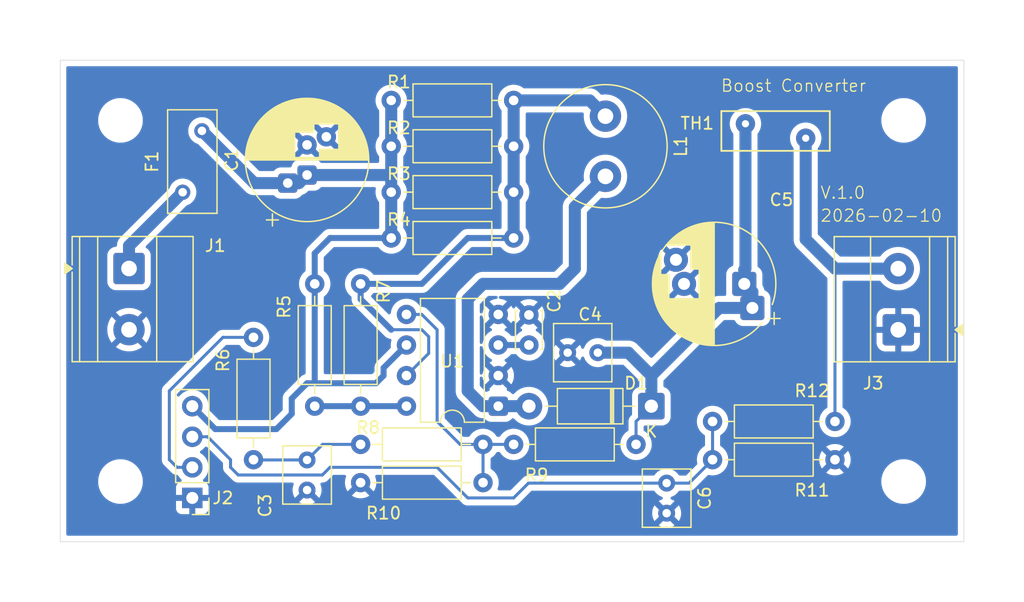
<source format=kicad_pcb>
(kicad_pcb (version 20241229) (generator "pcbnew") (generator_version "9.0")
  (layers (0 "F.Cu" signal) (2 "B.Cu" signal) (13 "F.Paste" user) (15 "B.Paste" user) (5 "F.SilkS" user "F.Silkscreen") (7 "B.SilkS" user "B.Silkscreen") (1 "F.Mask" user) (3 "B.Mask" user) (25 "Edge.Cuts" user))
  (net 0 "")
  (net 1 "Net-(U1-TC)")
  (net 2 "Net-(D1-K)")
  (net 3 "Net-(D1-A)")
  (net 4 "Net-(U1-Ipk)")
  (net 5 "Net-(U1-DC)")
  (net 6 "Net-(U1-Vfb)")
  (net 7 "Net-(J1-Pin_1)")
  (net 8 "GND")
  (net 9 "Net-(J3-Pin_2)")
  (net 10 "VCC")
  (net 11 "Net-(J2-Pin_3)")
  (net 12 "Net-(J2-Pin_2)")
  (net 13 "Net-(C3-Pad1)")
  (footprint "Resistor_THT:R_Axial_DIN0207_L6.3mm_D2.5mm_P10.16mm_Horizontal" (layer "F.Cu") (at 85.09 85.09 180)
    (property "Reference" "R10" (at 8.255 -2.54 0) (layer "F.SilkS"))
    (property "Value" "R")
    (pad "1" thru_hole circle (at 0 0 180) (size 1.6 1.6) (drill 0.8) (layers "*.Cu" "*.Mask") (net 6 "Net-(U1-Vfb)"))
    (pad "2" thru_hole circle (at 10.16 0 180) (size 1.6 1.6) (drill 0.8) (layers "*.Cu" "*.Mask") (net 8 "GND"))
  )
  (footprint "Resistor_THT:R_Axial_DIN0207_L6.3mm_D2.5mm_P10.16mm_Horizontal" (layer "F.Cu") (at 77.47 53.34)
    (property "Reference" "R1" (at 0.635 -1.524 0) (layer "F.SilkS"))
    (property "Value" "R")
    (pad "1" thru_hole circle (at 0 0) (size 1.6 1.6) (drill 0.8) (layers "*.Cu" "*.Mask") (net 10 "VCC"))
    (pad "2" thru_hole circle (at 10.16 0) (size 1.6 1.6) (drill 0.8) (layers "*.Cu" "*.Mask") (net 4 "Net-(U1-Ipk)"))
  )
  (footprint "Resistor_THT:R_Axial_DIN0207_L6.3mm_D2.5mm_P10.16mm_Horizontal" (layer "F.Cu") (at 97.79 81.915 180)
    (property "Reference" "R9" (at 8.255 -2.54 0) (layer "F.SilkS"))
    (property "Value" "R")
    (pad "1" thru_hole circle (at 0 0 180) (size 1.6 1.6) (drill 0.8) (layers "*.Cu" "*.Mask") (net 2 "Net-(D1-K)"))
    (pad "2" thru_hole circle (at 10.16 0 180) (size 1.6 1.6) (drill 0.8) (layers "*.Cu" "*.Mask") (net 6 "Net-(U1-Vfb)"))
  )
  (footprint "MountingHole:MountingHole_3.2mm_M3" (layer "F.Cu") (at 120 85)
    (property "Reference" "H4" (hide yes))
    (property "Value" "MountingHole")
    (pad "" np_thru_hole circle (at 0 0) (size 3.2 3.2) (drill 3.2) (layers "*.Cu" "*.Mask"))
  )
  (footprint "Fuse:Fuse_BelFuse_0ZRE0005FF_L8.3mm_W3.8mm" (layer "F.Cu") (at 60.16 60.97 90)
    (property "Reference" "F1" (at 2.54 -2.54 90) (layer "F.SilkS"))
    (property "Value" "Polyfuse")
    (pad "1" thru_hole circle (at 0 0 90) (size 1.27 1.27) (drill 0.71) (layers "*.Cu" "*.Mask") (net 7 "Net-(J1-Pin_1)"))
    (pad "2" thru_hole circle (at 5.1 1.6 90) (size 1.27 1.27) (drill 0.71) (layers "*.Cu" "*.Mask") (net 10 "VCC"))
  )
  (footprint "Inductor_THT:L_Radial_D10.0mm_P5.00mm_Fastron_07P" (layer "F.Cu") (at 95.25 54.65 -90)
    (property "Reference" "L1" (at 2.5 -6.25 90) (layer "F.SilkS"))
    (property "Value" "L")
    (pad "1" thru_hole circle (at 0 0 270) (size 2.6 2.6) (drill 1.3) (layers "*.Cu" "*.Mask") (net 4 "Net-(U1-Ipk)"))
    (pad "2" thru_hole circle (at 5 0 270) (size 2.6 2.6) (drill 1.3) (layers "*.Cu" "*.Mask") (net 3 "Net-(D1-A)"))
  )
  (footprint "Varistor:RV_Disc_D9mm_W3.3mm_P5mm" (layer "F.Cu") (at 111.87 56.48 180)
    (property "Reference" "TH1" (at 9 1.235 0) (layer "F.SilkS"))
    (property "Value" "Thermistor_PTC")
    (pad "1" thru_hole circle (at 0 0 180) (size 1.6 1.6) (drill 0.6) (layers "*.Cu" "*.Mask") (net 9 "Net-(J3-Pin_2)"))
    (pad "2" thru_hole circle (at 5 1.2 180) (size 1.6 1.6) (drill 0.6) (layers "*.Cu" "*.Mask") (net 2 "Net-(D1-K)"))
  )
  (footprint "Resistor_THT:R_Axial_DIN0207_L6.3mm_D2.5mm_P10.16mm_Horizontal" (layer "F.Cu") (at 74.93 68.58 -90)
    (property "Reference" "R7" (at 0.635 -1.905 90) (layer "F.SilkS"))
    (property "Value" "R")
    (pad "1" thru_hole circle (at 0 0 270) (size 1.6 1.6) (drill 0.8) (layers "*.Cu" "*.Mask") (net 4 "Net-(U1-Ipk)"))
    (pad "2" thru_hole circle (at 10.16 0 270) (size 1.6 1.6) (drill 0.8) (layers "*.Cu" "*.Mask") (net 5 "Net-(U1-DC)"))
  )
  (footprint "Resistor_THT:R_Axial_DIN0207_L6.3mm_D2.5mm_P10.16mm_Horizontal" (layer "F.Cu") (at 74.93 81.915)
    (property "Reference" "R8" (at 0.635 -1.397 0) (layer "F.SilkS"))
    (property "Value" "R")
    (pad "1" thru_hole circle (at 0 0) (size 1.6 1.6) (drill 0.8) (layers "*.Cu" "*.Mask") (net 13 "Net-(C3-Pad1)"))
    (pad "2" thru_hole circle (at 10.16 0) (size 1.6 1.6) (drill 0.8) (layers "*.Cu" "*.Mask") (net 6 "Net-(U1-Vfb)"))
  )
  (footprint "Capacitor_THT:C_Rect_L4.6mm_W4.6mm_P2.50mm_MKS02_FKP02" (layer "F.Cu") (at 94.615 74.295 180)
    (property "Reference" "C4" (at 0.635 3.175 180) (layer "F.SilkS"))
    (property "Value" "C")
    (pad "1" thru_hole circle (at 0 0 180) (size 1.4 1.4) (drill 0.7) (layers "*.Cu" "*.Mask") (net 2 "Net-(D1-K)"))
    (pad "2" thru_hole circle (at 2.5 0 180) (size 1.4 1.4) (drill 0.7) (layers "*.Cu" "*.Mask") (net 8 "GND"))
  )
  (footprint "MountingHole:MountingHole_3.2mm_M3" (layer "F.Cu") (at 55 85)
    (property "Reference" "H3" (hide yes))
    (property "Value" "MountingHole")
    (pad "" np_thru_hole circle (at 0 0) (size 3.2 3.2) (drill 3.2) (layers "*.Cu" "*.Mask"))
  )
  (footprint "MountingHole:MountingHole_3.2mm_M3" (layer "F.Cu") (at 55 55)
    (property "Reference" "H1" (hide yes))
    (property "Value" "MountingHole")
    (pad "" np_thru_hole circle (at 0 0) (size 3.2 3.2) (drill 3.2) (layers "*.Cu" "*.Mask"))
  )
  (footprint "Resistor_THT:R_Axial_DIN0207_L6.3mm_D2.5mm_P10.16mm_Horizontal" (layer "F.Cu") (at 114.3 80.01 180)
    (property "Reference" "R11" (at 1.905 -5.715 0) (layer "F.SilkS"))
    (property "Value" "R")
    (pad "1" thru_hole circle (at 0 0 180) (size 1.6 1.6) (drill 0.8) (layers "*.Cu" "*.Mask") (net 9 "Net-(J3-Pin_2)"))
    (pad "2" thru_hole circle (at 10.16 0 180) (size 1.6 1.6) (drill 0.8) (layers "*.Cu" "*.Mask") (net 11 "Net-(J2-Pin_3)"))
  )
  (footprint "Resistor_THT:R_Axial_DIN0207_L6.3mm_D2.5mm_P10.16mm_Horizontal" (layer "F.Cu") (at 71.12 68.58 -90)
    (property "Reference" "R5" (at 1.905 2.54 90) (layer "F.SilkS"))
    (property "Value" "R")
    (pad "1" thru_hole circle (at 0 0 270) (size 1.6 1.6) (drill 0.8) (layers "*.Cu" "*.Mask") (net 10 "VCC"))
    (pad "2" thru_hole circle (at 10.16 0 270) (size 1.6 1.6) (drill 0.8) (layers "*.Cu" "*.Mask") (net 5 "Net-(U1-DC)"))
  )
  (footprint "Diode_THT:D_DO-41_SOD81_P10.16mm_Horizontal" (layer "F.Cu") (at 99.06 78.74 180)
    (property "Reference" "D1" (at 1.27 1.905 0) (layer "F.SilkS"))
    (property "Value" "1N5819")
    (fp_text user "K" (at 0 -2.1 0) (layer "F.SilkS"))
    (pad "1" thru_hole roundrect (at 0 0 180) (size 2.2 2.2) (drill 1.1) (layers "*.Cu" "*.Mask") (roundrect_rratio 0.113636) (net 2 "Net-(D1-K)"))
    (pad "2" thru_hole circle (at 10.16 0 180) (size 2.2 2.2) (drill 1.1) (layers "*.Cu" "*.Mask") (net 3 "Net-(D1-A)"))
  )
  (footprint "Resistor_THT:R_Axial_DIN0207_L6.3mm_D2.5mm_P10.16mm_Horizontal" (layer "F.Cu") (at 77.47 64.77)
    (property "Reference" "R4" (at 0.635 -1.524 0) (layer "F.SilkS"))
    (property "Value" "R")
    (pad "1" thru_hole circle (at 0 0) (size 1.6 1.6) (drill 0.8) (layers "*.Cu" "*.Mask") (net 10 "VCC"))
    (pad "2" thru_hole circle (at 10.16 0) (size 1.6 1.6) (drill 0.8) (layers "*.Cu" "*.Mask") (net 4 "Net-(U1-Ipk)"))
  )
  (footprint "Package_DIP:DIP-8_W7.62mm" (layer "F.Cu") (at 86.355 78.74 180)
    (property "Reference" "U1" (at 3.81 3.74 0) (layer "F.SilkS"))
    (property "Value" "MC34063AP")
    (pad "1" thru_hole roundrect (at 0 0 180) (size 1.6 1.6) (drill 0.8) (layers "*.Cu" "*.Mask") (roundrect_rratio 0.15625) (net 3 "Net-(D1-A)"))
    (pad "2" thru_hole circle (at 0 2.54 180) (size 1.6 1.6) (drill 0.8) (layers "*.Cu" "*.Mask") (net 8 "GND"))
    (pad "3" thru_hole circle (at 0 5.08 180) (size 1.6 1.6) (drill 0.8) (layers "*.Cu" "*.Mask") (net 1 "Net-(U1-TC)"))
    (pad "4" thru_hole circle (at 0 7.62 180) (size 1.6 1.6) (drill 0.8) (layers "*.Cu" "*.Mask") (net 8 "GND"))
    (pad "5" thru_hole circle (at 7.62 7.62 180) (size 1.6 1.6) (drill 0.8) (layers "*.Cu" "*.Mask") (net 6 "Net-(U1-Vfb)"))
    (pad "6" thru_hole circle (at 7.62 5.08 180) (size 1.6 1.6) (drill 0.8) (layers "*.Cu" "*.Mask") (net 10 "VCC"))
    (pad "7" thru_hole circle (at 7.62 2.54 180) (size 1.6 1.6) (drill 0.8) (layers "*.Cu" "*.Mask") (net 4 "Net-(U1-Ipk)"))
    (pad "8" thru_hole circle (at 7.62 0 180) (size 1.6 1.6) (drill 0.8) (layers "*.Cu" "*.Mask") (net 5 "Net-(U1-DC)"))
  )
  (footprint "Resistor_THT:R_Axial_DIN0207_L6.3mm_D2.5mm_P10.16mm_Horizontal" (layer "F.Cu") (at 66.04 73.025 -90)
    (property "Reference" "R6" (at 1.905 2.54 90) (layer "F.SilkS"))
    (property "Value" "R")
    (pad "1" thru_hole circle (at 0 0 270) (size 1.6 1.6) (drill 0.8) (layers "*.Cu" "*.Mask") (net 12 "Net-(J2-Pin_2)"))
    (pad "2" thru_hole circle (at 10.16 0 270) (size 1.6 1.6) (drill 0.8) (layers "*.Cu" "*.Mask") (net 13 "Net-(C3-Pad1)"))
  )
  (footprint "TerminalBlock_Phoenix:TerminalBlock_Phoenix_MKDS-1,5-2-5.08_1x02_P5.08mm_Horizontal" (layer "F.Cu") (at 55.7075 67.305 -90)
    (property "Reference" "J1" (at -1.9 -7.1575 180) (layer "F.SilkS"))
    (property "Value" "Screw_Terminal_01x02")
    (pad "1" thru_hole roundrect (at 0 0 270) (size 2.6 2.6) (drill 1.3) (layers "*.Cu" "*.Mask") (roundrect_rratio 0.096154) (net 7 "Net-(J1-Pin_1)"))
    (pad "2" thru_hole circle (at 5.08 0 270) (size 2.6 2.6) (drill 1.3) (layers "*.Cu" "*.Mask") (net 8 "GND"))
  )
  (footprint "TerminalBlock_Phoenix:TerminalBlock_Phoenix_MKDS-1,5-2-5.08_1x02_P5.08mm_Horizontal" (layer "F.Cu") (at 119.5525 72.395 90)
    (property "Reference" "J3" (at -4.44 -2.0775 180) (layer "F.SilkS"))
    (property "Value" "Screw_Terminal_01x02")
    (pad "1" thru_hole roundrect (at 0 0 90) (size 2.6 2.6) (drill 1.3) (layers "*.Cu" "*.Mask") (roundrect_rratio 0.096154) (net 8 "GND"))
    (pad "2" thru_hole circle (at 5.08 0 90) (size 2.6 2.6) (drill 1.3) (layers "*.Cu" "*.Mask") (net 9 "Net-(J3-Pin_2)"))
  )
  (footprint "Capacitor_THT:C_Rect_L4.6mm_W3.8mm_P2.50mm_MKS02_FKP02" (layer "F.Cu") (at 100.33 85.13 -90)
    (property "Reference" "C6" (at 1.25 -3.15 90) (layer "F.SilkS"))
    (property "Value" "C")
    (pad "1" thru_hole circle (at 0 0 270) (size 1.4 1.4) (drill 0.7) (layers "*.Cu" "*.Mask") (net 11 "Net-(J2-Pin_3)"))
    (pad "2" thru_hole circle (at 2.5 0 270) (size 1.4 1.4) (drill 0.7) (layers "*.Cu" "*.Mask") (net 8 "GND"))
  )
  (footprint "Capacitor_THT:C_Disc_D3.0mm_W2.0mm_P2.50mm" (layer "F.Cu") (at 88.9 73.66 90)
    (property "Reference" "C2" (at 3.66 2.1 90) (layer "F.SilkS"))
    (property "Value" "C")
    (pad "1" thru_hole circle (at 0 0 90) (size 1.6 1.6) (drill 0.8) (layers "*.Cu" "*.Mask") (net 1 "Net-(U1-TC)"))
    (pad "2" thru_hole circle (at 2.5 0 90) (size 1.6 1.6) (drill 0.8) (layers "*.Cu" "*.Mask") (net 8 "GND"))
  )
  (footprint "Resistor_THT:R_Axial_DIN0207_L6.3mm_D2.5mm_P10.16mm_Horizontal" (layer "F.Cu") (at 104.14 83.185)
    (property "Reference" "R12" (at 8.255 -5.715 0) (layer "F.SilkS"))
    (property "Value" "R")
    (pad "1" thru_hole circle (at 0 0) (size 1.6 1.6) (drill 0.8) (layers "*.Cu" "*.Mask") (net 11 "Net-(J2-Pin_3)"))
    (pad "2" thru_hole circle (at 10.16 0) (size 1.6 1.6) (drill 0.8) (layers "*.Cu" "*.Mask") (net 8 "GND"))
  )
  (footprint "Resistor_THT:R_Axial_DIN0207_L6.3mm_D2.5mm_P10.16mm_Horizontal" (layer "F.Cu") (at 77.47 57.15)
    (property "Reference" "R2" (at 0.635 -1.524 0) (layer "F.SilkS"))
    (property "Value" "R")
    (pad "1" thru_hole circle (at 0 0) (size 1.6 1.6) (drill 0.8) (layers "*.Cu" "*.Mask") (net 10 "VCC"))
    (pad "2" thru_hole circle (at 10.16 0) (size 1.6 1.6) (drill 0.8) (layers "*.Cu" "*.Mask") (net 4 "Net-(U1-Ipk)"))
  )
  (footprint "Capacitor_THT:CP_Radial_D10.0mm_P5.00mm_P7.50mm" (layer "F.Cu") (at 106.772677 68.58 180)
    (property "Reference" "C5" (at -3.082323 6.985 0) (layer "F.SilkS"))
    (property "Value" "C_Polarized")
    (pad "1" thru_hole roundrect (at -0.672144 -2 180) (size 2 2) (drill 1) (layers "*.Cu" "*.Mask") (roundrect_rratio 0.125) (net 2 "Net-(D1-K)"))
    (pad "1" thru_hole roundrect (at 0 0 180) (size 2 2) (drill 1) (layers "*.Cu" "*.Mask") (roundrect_rratio 0.125) (net 2 "Net-(D1-K)"))
    (pad "2" thru_hole circle (at 5 0 180) (size 2 2) (drill 1) (layers "*.Cu" "*.Mask") (net 8 "GND"))
    (pad "2" thru_hole circle (at 5.672144 2 180) (size 2 2) (drill 1) (layers "*.Cu" "*.Mask") (net 8 "GND"))
  )
  (footprint "MountingHole:MountingHole_3.2mm_M3" (layer "F.Cu") (at 120 55)
    (property "Reference" "H2" (hide yes))
    (property "Value" "MountingHole")
    (pad "" np_thru_hole circle (at 0 0) (size 3.2 3.2) (drill 3.2) (layers "*.Cu" "*.Mask"))
  )
  (footprint "Capacitor_THT:CP_Radial_D10.0mm_P2.50mm_P5.00mm" (layer "F.Cu") (at 70.485 59.537677 90)
    (property "Reference" "C1" (at 1.25 -6.25 90) (layer "F.SilkS"))
    (property "Value" "C_Polarized")
    (pad "1" thru_hole roundrect (at -0.670937 -1.6 90) (size 1.6 1.6) (drill 0.8) (layers "*.Cu" "*.Mask") (roundrect_rratio 0.15625) (net 10 "VCC"))
    (pad "1" thru_hole roundrect (at 0 0 90) (size 1.6 1.6) (drill 0.8) (layers "*.Cu" "*.Mask") (roundrect_rratio 0.15625) (net 10 "VCC"))
    (pad "2" thru_hole circle (at 2.5 0 90) (size 1.6 1.6) (drill 0.8) (layers "*.Cu" "*.Mask") (net 8 "GND"))
    (pad "2" thru_hole circle (at 3.170937 1.6 90) (size 1.6 1.6) (drill 0.8) (layers "*.Cu" "*.Mask") (net 8 "GND"))
  )
  (footprint "Capacitor_THT:C_Rect_L4.6mm_W3.8mm_P2.50mm_MKS02_FKP02" (layer "F.Cu") (at 70.485 83.205 -90)
    (property "Reference" "C3" (at 3.795 3.485 90) (layer "F.SilkS"))
    (property "Value" "C")
    (pad "1" thru_hole circle (at 0 0 270) (size 1.4 1.4) (drill 0.7) (layers "*.Cu" "*.Mask") (net 13 "Net-(C3-Pad1)"))
    (pad "2" thru_hole circle (at 2.5 0 270) (size 1.4 1.4) (drill 0.7) (layers "*.Cu" "*.Mask") (net 8 "GND"))
  )
  (footprint "Connector_PinHeader_2.54mm:PinHeader_1x04_P2.54mm_Vertical" (layer "F.Cu") (at 60.96 86.36 180)
    (property "Reference" "J2" (at -2.54 0 0) (layer "F.SilkS"))
    (property "Value" "Conn_01x04_Pin")
    (pad "1" thru_hole rect (at 0 0 180) (size 1.7 1.7) (drill 1) (layers "*.Cu" "*.Mask") (net 8 "GND"))
    (pad "2" thru_hole circle (at 0 2.54 180) (size 1.7 1.7) (drill 1) (layers "*.Cu" "*.Mask") (net 12 "Net-(J2-Pin_2)"))
    (pad "3" thru_hole circle (at 0 5.08 180) (size 1.7 1.7) (drill 1) (layers "*.Cu" "*.Mask") (net 11 "Net-(J2-Pin_3)"))
    (pad "4" thru_hole circle (at 0 7.62 180) (size 1.7 1.7) (drill 1) (layers "*.Cu" "*.Mask") (net 10 "VCC"))
  )
  (footprint "Resistor_THT:R_Axial_DIN0207_L6.3mm_D2.5mm_P10.16mm_Horizontal" (layer "F.Cu") (at 77.47 60.96)
    (property "Reference" "R3" (at 0.635 -1.524 0) (layer "F.SilkS"))
    (property "Value" "R")
    (pad "1" thru_hole circle (at 0 0) (size 1.6 1.6) (drill 0.8) (layers "*.Cu" "*.Mask") (net 10 "VCC"))
    (pad "2" thru_hole circle (at 10.16 0) (size 1.6 1.6) (drill 0.8) (layers "*.Cu" "*.Mask") (net 4 "Net-(U1-Ipk)"))
  )
  (gr_rect (start 50 50) (end 125 90) (stroke (width 0.05)) (fill no) (layer "Edge.Cuts"))
  (gr_text "Boost Converter" (at 104.775 52.705 0) (layer "F.SilkS") (effects (font (size 1 1) (thickness 0.1)) (justify left bottom)))
  (gr_text "V.1.0" (at 113.03 61.595 0) (layer "F.SilkS") (effects (font (size 1 1) (thickness 0.1)) (justify left bottom)))
  (gr_text "2026-02-10" (at 113.03 63.5 0) (layer "F.SilkS") (effects (font (size 1 1) (thickness 0.1)) (justify left bottom)))
  (segment (start 88.9 73.66) (end 86.355 73.66) (width 0.5) (layer "B.Cu") (net 1))
  (segment (start 99.06 78.74) (end 99.06 76.2) (width 1) (layer "B.Cu") (net 2))
  (segment (start 107.444821 70.58) (end 107.444821 69.252144) (width 1) (layer "B.Cu") (net 2))
  (segment (start 106.772677 67.402677) (end 106.87 67.305354) (width 1) (layer "B.Cu") (net 2))
  (segment (start 106.772677 68.58) (end 106.772677 67.402677) (width 1) (layer "B.Cu") (net 2))
  (segment (start 99.06 76.2) (end 97.155 74.295) (width 1) (layer "B.Cu") (net 2))
  (segment (start 106.87 67.305354) (end 106.87 55.28) (width 1) (layer "B.Cu") (net 2))
  (segment (start 97.79 80.01) (end 99.06 78.74) (width 0.25) (layer "B.Cu") (net 2))
  (segment (start 107.444821 69.252144) (end 106.772677 68.58) (width 1) (layer "B.Cu") (net 2))
  (segment (start 99.06 76.2) (end 104.68 70.58) (width 1) (layer "B.Cu") (net 2))
  (segment (start 104.68 70.58) (end 107.444821 70.58) (width 1) (layer "B.Cu") (net 2))
  (segment (start 97.155 74.295) (end 94.615 74.295) (width 1) (layer "B.Cu") (net 2))
  (segment (start 97.79 81.915) (end 97.79 80.01) (width 0.25) (layer "B.Cu") (net 2))
  (segment (start 92.71 62.19) (end 92.71 67.31) (width 1) (layer "B.Cu") (net 3))
  (segment (start 83.82 69.85) (end 83.82 77.47) (width 1) (layer "B.Cu") (net 3))
  (segment (start 83.82 77.47) (end 85.09 78.74) (width 1) (layer "B.Cu") (net 3))
  (segment (start 92.71 67.31) (end 91.44 68.58) (width 1) (layer "B.Cu") (net 3))
  (segment (start 85.09 78.74) (end 86.355 78.74) (width 1) (layer "B.Cu") (net 3))
  (segment (start 85.09 68.58) (end 83.82 69.85) (width 1) (layer "B.Cu") (net 3))
  (segment (start 86.355 78.74) (end 88.9 78.74) (width 1) (layer "B.Cu") (net 3))
  (segment (start 91.44 68.58) (end 85.09 68.58) (width 1) (layer "B.Cu") (net 3))
  (segment (start 95.25 59.65) (end 92.71 62.19) (width 1) (layer "B.Cu") (net 3))
  (segment (start 87.63 57.15) (end 87.63 60.96) (width 1) (layer "B.Cu") (net 4))
  (segment (start 87.63 53.34) (end 88.9 53.34) (width 1) (layer "B.Cu") (net 4))
  (segment (start 77.47 72.39) (end 74.93 69.85) (width 0.5) (layer "B.Cu") (net 4))
  (segment (start 93.94 53.34) (end 88.9 53.34) (width 1) (layer "B.Cu") (net 4))
  (segment (start 80.579 72.959) (end 80.01 72.39) (width 0.25) (layer "B.Cu") (net 4))
  (segment (start 80.01 68.58) (end 83.82 64.77) (width 0.5) (layer "B.Cu") (net 4))
  (segment (start 80.579 74.356) (end 80.579 72.959) (width 0.25) (layer "B.Cu") (net 4))
  (segment (start 78.735 76.2) (end 80.579 74.356) (width 0.25) (layer "B.Cu") (net 4))
  (segment (start 87.63 64.77) (end 87.63 60.96) (width 1) (layer "B.Cu") (net 4))
  (segment (start 87.63 53.34) (end 87.63 57.15) (width 1) (layer "B.Cu") (net 4))
  (segment (start 83.82 64.77) (end 87.63 64.77) (width 0.5) (layer "B.Cu") (net 4))
  (segment (start 80.01 72.39) (end 77.47 72.39) (width 0.25) (layer "B.Cu") (net 4))
  (segment (start 93.94 53.34) (end 95.25 54.65) (width 1) (layer "B.Cu") (net 4))
  (segment (start 74.93 69.85) (end 74.93 68.58) (width 0.5) (layer "B.Cu") (net 4))
  (segment (start 74.93 68.58) (end 80.01 68.58) (width 0.5) (layer "B.Cu") (net 4))
  (segment (start 78.735 78.74) (end 71.12 78.74) (width 0.5) (layer "B.Cu") (net 5))
  (segment (start 81.28 80.01) (end 81.28 72.39) (width 0.25) (layer "B.Cu") (net 6))
  (segment (start 81.28 80.01) (end 83.185 81.915) (width 0.25) (layer "B.Cu") (net 6))
  (segment (start 81.28 72.39) (end 80.01 71.12) (width 0.25) (layer "B.Cu") (net 6))
  (segment (start 80.01 71.12) (end 78.735 71.12) (width 0.25) (layer "B.Cu") (net 6))
  (segment (start 85.09 85.09) (end 85.09 81.915) (width 0.25) (layer "B.Cu") (net 6))
  (segment (start 83.185 81.915) (end 87.63 81.915) (width 0.25) (layer "B.Cu") (net 6))
  (segment (start 55.7075 65.4225) (end 60.16 60.97) (width 1) (layer "B.Cu") (net 7))
  (segment (start 55.7075 67.305) (end 55.7075 65.4225) (width 1) (layer "B.Cu") (net 7))
  (segment (start 111.87 56.48) (end 111.87 64.88) (width 1) (layer "B.Cu") (net 9))
  (segment (start 114.3 67.32) (end 114.305 67.315) (width 0.5) (layer "B.Cu") (net 9))
  (segment (start 114.305 67.315) (end 119.5525 67.315) (width 1) (layer "B.Cu") (net 9))
  (segment (start 114.3 80.01) (end 114.3 67.32) (width 0.25) (layer "B.Cu") (net 9))
  (segment (start 111.87 64.88) (end 114.305 67.315) (width 1) (layer "B.Cu") (net 9))
  (segment (start 66.098614 60.208614) (end 68.885 60.208614) (width 1) (layer "B.Cu") (net 10))
  (segment (start 70.485 76.835) (end 69.215 78.105) (width 0.5) (layer "B.Cu") (net 10))
  (segment (start 77.47 57.15) (end 77.47 59.69) (width 1) (layer "B.Cu") (net 10))
  (segment (start 62.865 80.645) (end 60.96 78.74) (width 0.5) (layer "B.Cu") (net 10))
  (segment (start 69.215 79.375) (end 67.945 80.645) (width 0.5) (layer "B.Cu") (net 10))
  (segment (start 71.12 68.58) (end 71.12 76.835) (width 0.5) (layer "B.Cu") (net 10))
  (segment (start 71.12 66.04) (end 71.12 68.58) (width 0.5) (layer "B.Cu") (net 10))
  (segment (start 70.485 59.537677) (end 77.317677 59.537677) (width 1) (layer "B.Cu") (net 10))
  (segment (start 68.885 60.208614) (end 69.814063 60.208614) (width 1) (layer "B.Cu") (net 10))
  (segment (start 76.835 75.56) (end 78.735 73.66) (width 0.5) (layer "B.Cu") (net 10))
  (segment (start 77.47 53.34) (end 77.47 57.15) (width 1) (layer "B.Cu") (net 10))
  (segment (start 77.317677 59.537677) (end 77.47 59.69) (width 0.5) (layer "B.Cu") (net 10))
  (segment (start 71.12 76.835) (end 76.2 76.835) (width 0.5) (layer "B.Cu") (net 10))
  (segment (start 69.215 78.105) (end 69.215 79.375) (width 0.5) (layer "B.Cu") (net 10))
  (segment (start 70.485 76.835) (end 71.12 76.835) (width 0.5) (layer "B.Cu") (net 10))
  (segment (start 77.47 60.96) (end 77.47 64.77) (width 1) (layer "B.Cu") (net 10))
  (segment (start 72.39 64.77) (end 71.12 66.04) (width 0.5) (layer "B.Cu") (net 10))
  (segment (start 76.2 76.835) (end 76.835 76.2) (width 0.5) (layer "B.Cu") (net 10))
  (segment (start 61.76 55.87) (end 66.098614 60.208614) (width 1) (layer "B.Cu") (net 10))
  (segment (start 72.39 64.77) (end 77.47 64.77) (width 0.5) (layer "B.Cu") (net 10))
  (segment (start 76.835 76.2) (end 76.835 75.56) (width 0.5) (layer "B.Cu") (net 10))
  (segment (start 77.47 59.69) (end 77.47 60.96) (width 1) (layer "B.Cu") (net 10))
  (segment (start 67.945 80.645) (end 62.865 80.645) (width 0.5) (layer "B.Cu") (net 10))
  (segment (start 69.814063 60.208614) (end 70.485 59.537677) (width 1) (layer "B.Cu") (net 10))
  (segment (start 64.135 83.185) (end 64.135 83.82) (width 0.25) (layer "B.Cu") (net 11))
  (segment (start 64.135 83.82) (end 64.77 84.455) (width 0.25) (layer "B.Cu") (net 11))
  (segment (start 72.39 83.82) (end 81.28 83.82) (width 0.25) (layer "B.Cu") (net 11))
  (segment (start 87.63 86.36) (end 88.86 85.13) (width 0.25) (layer "B.Cu") (net 11))
  (segment (start 62.23 81.28) (end 64.135 83.185) (width 0.25) (layer "B.Cu") (net 11))
  (segment (start 83.82 86.36) (end 87.63 86.36) (width 0.25) (layer "B.Cu") (net 11))
  (segment (start 81.28 83.82) (end 83.82 86.36) (width 0.25) (layer "B.Cu") (net 11))
  (segment (start 60.96 81.28) (end 62.23 81.28) (width 0.25) (layer "B.Cu") (net 11))
  (segment (start 104.14 80.01) (end 104.14 83.185) (width 0.25) (layer "B.Cu") (net 11))
  (segment (start 88.86 85.13) (end 100.33 85.13) (width 0.25) (layer "B.Cu") (net 11))
  (segment (start 71.755 84.455) (end 72.39 83.82) (width 0.25) (layer "B.Cu") (net 11))
  (segment (start 102.195 85.13) (end 100.33 85.13) (width 0.25) (layer "B.Cu") (net 11))
  (segment (start 104.14 83.185) (end 102.195 85.13) (width 0.25) (layer "B.Cu") (net 11))
  (segment (start 64.77 84.455) (end 71.755 84.455) (width 0.25) (layer "B.Cu") (net 11))
  (segment (start 59.055 83.185) (end 59.69 83.82) (width 0.25) (layer "B.Cu") (net 12))
  (segment (start 59.69 83.82) (end 60.96 83.82) (width 0.25) (layer "B.Cu") (net 12))
  (segment (start 63.5 73.025) (end 61.595 74.93) (width 0.25) (layer "B.Cu") (net 12))
  (segment (start 61.595 74.93) (end 59.055 77.47) (width 0.25) (layer "B.Cu") (net 12))
  (segment (start 59.055 77.47) (end 59.055 83.185) (width 0.25) (layer "B.Cu") (net 12))
  (segment (start 66.04 73.025) (end 63.5 73.025) (width 0.25) (layer "B.Cu") (net 12))
  (segment (start 70.485 83.205) (end 66.06 83.205) (width 0.25) (layer "B.Cu") (net 13))
  (segment (start 71.775 81.915) (end 72.35 81.915) (width 0.25) (layer "B.Cu") (net 13))
  (segment (start 70.485 83.205) (end 71.775 81.915) (width 0.25) (layer "B.Cu") (net 13))
  (segment (start 74.93 81.915) (end 72.35 81.915) (width 0.25) (layer "B.Cu") (net 13))
  (segment (start 66.06 83.205) (end 66.04 83.185) (width 0.5) (layer "B.Cu") (net 13))
  (zone (net 8) (net_name "GND") (layer "B.Cu") (connect_pads (clearance 0.5)) (min_thickness 0.25) (fill yes (thermal_gap 0.5) (thermal_bridge_width 0.5))
    (polygon (pts (xy 45 45) (xy 130 45) (xy 129.99 95) (xy 45 95)))
  )
)
</source>
